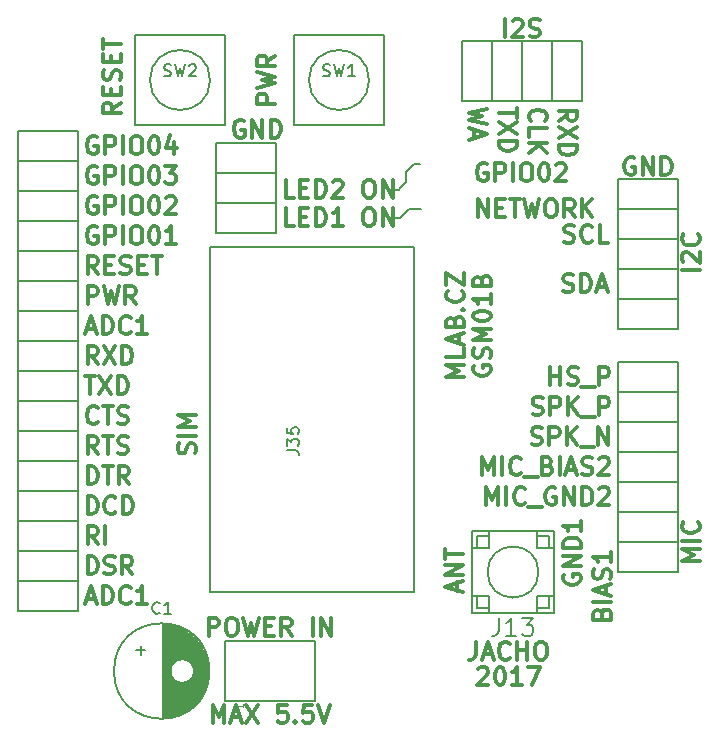
<source format=gbr>
G04 #@! TF.FileFunction,Legend,Top*
%FSLAX46Y46*%
G04 Gerber Fmt 4.6, Leading zero omitted, Abs format (unit mm)*
G04 Created by KiCad (PCBNEW (2016-09-17 revision 679eef1)-makepkg) date 01/02/17 11:13:26*
%MOMM*%
%LPD*%
G01*
G04 APERTURE LIST*
%ADD10C,0.300000*%
%ADD11C,0.200000*%
%ADD12C,0.150000*%
%ADD13C,0.127000*%
%ADD14C,0.050000*%
%ADD15C,0.203200*%
G04 APERTURE END LIST*
D10*
X17498142Y23503142D02*
X17569571Y23717428D01*
X17569571Y24074571D01*
X17498142Y24217428D01*
X17426714Y24288857D01*
X17283857Y24360285D01*
X17141000Y24360285D01*
X16998142Y24288857D01*
X16926714Y24217428D01*
X16855285Y24074571D01*
X16783857Y23788857D01*
X16712428Y23646000D01*
X16641000Y23574571D01*
X16498142Y23503142D01*
X16355285Y23503142D01*
X16212428Y23574571D01*
X16141000Y23646000D01*
X16069571Y23788857D01*
X16069571Y24146000D01*
X16141000Y24360285D01*
X17569571Y25003142D02*
X16069571Y25003142D01*
X17569571Y25717428D02*
X16069571Y25717428D01*
X17141000Y26217428D01*
X16069571Y26717428D01*
X17569571Y26717428D01*
X21657857Y51677000D02*
X21515000Y51748428D01*
X21300714Y51748428D01*
X21086428Y51677000D01*
X20943571Y51534142D01*
X20872142Y51391285D01*
X20800714Y51105571D01*
X20800714Y50891285D01*
X20872142Y50605571D01*
X20943571Y50462714D01*
X21086428Y50319857D01*
X21300714Y50248428D01*
X21443571Y50248428D01*
X21657857Y50319857D01*
X21729285Y50391285D01*
X21729285Y50891285D01*
X21443571Y50891285D01*
X22372142Y50248428D02*
X22372142Y51748428D01*
X23229285Y50248428D01*
X23229285Y51748428D01*
X23943571Y50248428D02*
X23943571Y51748428D01*
X24300714Y51748428D01*
X24515000Y51677000D01*
X24657857Y51534142D01*
X24729285Y51391285D01*
X24800714Y51105571D01*
X24800714Y50891285D01*
X24729285Y50605571D01*
X24657857Y50462714D01*
X24515000Y50319857D01*
X24300714Y50248428D01*
X23943571Y50248428D01*
X41497571Y5250571D02*
X41569000Y5322000D01*
X41711857Y5393428D01*
X42069000Y5393428D01*
X42211857Y5322000D01*
X42283285Y5250571D01*
X42354714Y5107714D01*
X42354714Y4964857D01*
X42283285Y4750571D01*
X41426142Y3893428D01*
X42354714Y3893428D01*
X43283285Y5393428D02*
X43426142Y5393428D01*
X43569000Y5322000D01*
X43640428Y5250571D01*
X43711857Y5107714D01*
X43783285Y4822000D01*
X43783285Y4464857D01*
X43711857Y4179142D01*
X43640428Y4036285D01*
X43569000Y3964857D01*
X43426142Y3893428D01*
X43283285Y3893428D01*
X43140428Y3964857D01*
X43069000Y4036285D01*
X42997571Y4179142D01*
X42926142Y4464857D01*
X42926142Y4822000D01*
X42997571Y5107714D01*
X43069000Y5250571D01*
X43140428Y5322000D01*
X43283285Y5393428D01*
X45211857Y3893428D02*
X44354714Y3893428D01*
X44783285Y3893428D02*
X44783285Y5393428D01*
X44640428Y5179142D01*
X44497571Y5036285D01*
X44354714Y4964857D01*
X45711857Y5393428D02*
X46711857Y5393428D01*
X46069000Y3893428D01*
X41319000Y7552428D02*
X41319000Y6481000D01*
X41247571Y6266714D01*
X41104714Y6123857D01*
X40890428Y6052428D01*
X40747571Y6052428D01*
X41961857Y6481000D02*
X42676142Y6481000D01*
X41819000Y6052428D02*
X42319000Y7552428D01*
X42819000Y6052428D01*
X44176142Y6195285D02*
X44104714Y6123857D01*
X43890428Y6052428D01*
X43747571Y6052428D01*
X43533285Y6123857D01*
X43390428Y6266714D01*
X43319000Y6409571D01*
X43247571Y6695285D01*
X43247571Y6909571D01*
X43319000Y7195285D01*
X43390428Y7338142D01*
X43533285Y7481000D01*
X43747571Y7552428D01*
X43890428Y7552428D01*
X44104714Y7481000D01*
X44176142Y7409571D01*
X44819000Y6052428D02*
X44819000Y7552428D01*
X44819000Y6838142D02*
X45676142Y6838142D01*
X45676142Y6052428D02*
X45676142Y7552428D01*
X46676142Y7552428D02*
X46961857Y7552428D01*
X47104714Y7481000D01*
X47247571Y7338142D01*
X47319000Y7052428D01*
X47319000Y6552428D01*
X47247571Y6266714D01*
X47104714Y6123857D01*
X46961857Y6052428D01*
X46676142Y6052428D01*
X46533285Y6123857D01*
X46390428Y6266714D01*
X46319000Y6552428D01*
X46319000Y7052428D01*
X46390428Y7338142D01*
X46533285Y7481000D01*
X46676142Y7552428D01*
X41160000Y30932857D02*
X41088571Y30790000D01*
X41088571Y30575714D01*
X41160000Y30361428D01*
X41302857Y30218571D01*
X41445714Y30147142D01*
X41731428Y30075714D01*
X41945714Y30075714D01*
X42231428Y30147142D01*
X42374285Y30218571D01*
X42517142Y30361428D01*
X42588571Y30575714D01*
X42588571Y30718571D01*
X42517142Y30932857D01*
X42445714Y31004285D01*
X41945714Y31004285D01*
X41945714Y30718571D01*
X42517142Y31575714D02*
X42588571Y31790000D01*
X42588571Y32147142D01*
X42517142Y32290000D01*
X42445714Y32361428D01*
X42302857Y32432857D01*
X42160000Y32432857D01*
X42017142Y32361428D01*
X41945714Y32290000D01*
X41874285Y32147142D01*
X41802857Y31861428D01*
X41731428Y31718571D01*
X41660000Y31647142D01*
X41517142Y31575714D01*
X41374285Y31575714D01*
X41231428Y31647142D01*
X41160000Y31718571D01*
X41088571Y31861428D01*
X41088571Y32218571D01*
X41160000Y32432857D01*
X42588571Y33075714D02*
X41088571Y33075714D01*
X42160000Y33575714D01*
X41088571Y34075714D01*
X42588571Y34075714D01*
X41088571Y35075714D02*
X41088571Y35218571D01*
X41160000Y35361428D01*
X41231428Y35432857D01*
X41374285Y35504285D01*
X41660000Y35575714D01*
X42017142Y35575714D01*
X42302857Y35504285D01*
X42445714Y35432857D01*
X42517142Y35361428D01*
X42588571Y35218571D01*
X42588571Y35075714D01*
X42517142Y34932857D01*
X42445714Y34861428D01*
X42302857Y34790000D01*
X42017142Y34718571D01*
X41660000Y34718571D01*
X41374285Y34790000D01*
X41231428Y34861428D01*
X41160000Y34932857D01*
X41088571Y35075714D01*
X42588571Y37004285D02*
X42588571Y36147142D01*
X42588571Y36575714D02*
X41088571Y36575714D01*
X41302857Y36432857D01*
X41445714Y36290000D01*
X41517142Y36147142D01*
X41802857Y38147142D02*
X41874285Y38361428D01*
X41945714Y38432857D01*
X42088571Y38504285D01*
X42302857Y38504285D01*
X42445714Y38432857D01*
X42517142Y38361428D01*
X42588571Y38218571D01*
X42588571Y37647142D01*
X41088571Y37647142D01*
X41088571Y38147142D01*
X41160000Y38290000D01*
X41231428Y38361428D01*
X41374285Y38432857D01*
X41517142Y38432857D01*
X41660000Y38361428D01*
X41731428Y38290000D01*
X41802857Y38147142D01*
X41802857Y37647142D01*
X40302571Y29968571D02*
X38802571Y29968571D01*
X39874000Y30468571D01*
X38802571Y30968571D01*
X40302571Y30968571D01*
X40302571Y32397142D02*
X40302571Y31682857D01*
X38802571Y31682857D01*
X39874000Y32825714D02*
X39874000Y33540000D01*
X40302571Y32682857D02*
X38802571Y33182857D01*
X40302571Y33682857D01*
X39516857Y34682857D02*
X39588285Y34897142D01*
X39659714Y34968571D01*
X39802571Y35040000D01*
X40016857Y35040000D01*
X40159714Y34968571D01*
X40231142Y34897142D01*
X40302571Y34754285D01*
X40302571Y34182857D01*
X38802571Y34182857D01*
X38802571Y34682857D01*
X38874000Y34825714D01*
X38945428Y34897142D01*
X39088285Y34968571D01*
X39231142Y34968571D01*
X39374000Y34897142D01*
X39445428Y34825714D01*
X39516857Y34682857D01*
X39516857Y34182857D01*
X40159714Y35682857D02*
X40231142Y35754285D01*
X40302571Y35682857D01*
X40231142Y35611428D01*
X40159714Y35682857D01*
X40302571Y35682857D01*
X40159714Y37254285D02*
X40231142Y37182857D01*
X40302571Y36968571D01*
X40302571Y36825714D01*
X40231142Y36611428D01*
X40088285Y36468571D01*
X39945428Y36397142D01*
X39659714Y36325714D01*
X39445428Y36325714D01*
X39159714Y36397142D01*
X39016857Y36468571D01*
X38874000Y36611428D01*
X38802571Y36825714D01*
X38802571Y36968571D01*
X38874000Y37182857D01*
X38945428Y37254285D01*
X38802571Y37754285D02*
X38802571Y38754285D01*
X40302571Y37754285D01*
X40302571Y38754285D01*
X54737142Y48502000D02*
X54594285Y48573428D01*
X54380000Y48573428D01*
X54165714Y48502000D01*
X54022857Y48359142D01*
X53951428Y48216285D01*
X53880000Y47930571D01*
X53880000Y47716285D01*
X53951428Y47430571D01*
X54022857Y47287714D01*
X54165714Y47144857D01*
X54380000Y47073428D01*
X54522857Y47073428D01*
X54737142Y47144857D01*
X54808571Y47216285D01*
X54808571Y47716285D01*
X54522857Y47716285D01*
X55451428Y47073428D02*
X55451428Y48573428D01*
X56308571Y47073428D01*
X56308571Y48573428D01*
X57022857Y47073428D02*
X57022857Y48573428D01*
X57380000Y48573428D01*
X57594285Y48502000D01*
X57737142Y48359142D01*
X57808571Y48216285D01*
X57880000Y47930571D01*
X57880000Y47716285D01*
X57808571Y47430571D01*
X57737142Y47287714D01*
X57594285Y47144857D01*
X57380000Y47073428D01*
X57022857Y47073428D01*
X39747000Y11874714D02*
X39747000Y12589000D01*
X40175571Y11731857D02*
X38675571Y12231857D01*
X40175571Y12731857D01*
X40175571Y13231857D02*
X38675571Y13231857D01*
X40175571Y14089000D01*
X38675571Y14089000D01*
X38675571Y14589000D02*
X38675571Y15446142D01*
X40175571Y15017571D02*
X38675571Y15017571D01*
X19018857Y718428D02*
X19018857Y2218428D01*
X19518857Y1147000D01*
X20018857Y2218428D01*
X20018857Y718428D01*
X20661714Y1147000D02*
X21375999Y1147000D01*
X20518857Y718428D02*
X21018857Y2218428D01*
X21518857Y718428D01*
X21875999Y2218428D02*
X22876000Y718428D01*
X22876000Y2218428D02*
X21875999Y718428D01*
X25304571Y2218428D02*
X24590285Y2218428D01*
X24518857Y1504142D01*
X24590285Y1575571D01*
X24733142Y1647000D01*
X25090285Y1647000D01*
X25233142Y1575571D01*
X25304571Y1504142D01*
X25375999Y1361285D01*
X25375999Y1004142D01*
X25304571Y861285D01*
X25233142Y789857D01*
X25090285Y718428D01*
X24733142Y718428D01*
X24590285Y789857D01*
X24518857Y861285D01*
X26018857Y861285D02*
X26090285Y789857D01*
X26018857Y718428D01*
X25947428Y789857D01*
X26018857Y861285D01*
X26018857Y718428D01*
X27447428Y2218428D02*
X26733142Y2218428D01*
X26661714Y1504142D01*
X26733142Y1575571D01*
X26875999Y1647000D01*
X27233142Y1647000D01*
X27375999Y1575571D01*
X27447428Y1504142D01*
X27518857Y1361285D01*
X27518857Y1004142D01*
X27447428Y861285D01*
X27375999Y789857D01*
X27233142Y718428D01*
X26875999Y718428D01*
X26733142Y789857D01*
X26661714Y861285D01*
X27947428Y2218428D02*
X28447428Y718428D01*
X28947428Y2218428D01*
X18697428Y8084428D02*
X18697428Y9584428D01*
X19268857Y9584428D01*
X19411714Y9513000D01*
X19483142Y9441571D01*
X19554571Y9298714D01*
X19554571Y9084428D01*
X19483142Y8941571D01*
X19411714Y8870142D01*
X19268857Y8798714D01*
X18697428Y8798714D01*
X20483142Y9584428D02*
X20768857Y9584428D01*
X20911714Y9513000D01*
X21054571Y9370142D01*
X21126000Y9084428D01*
X21126000Y8584428D01*
X21054571Y8298714D01*
X20911714Y8155857D01*
X20768857Y8084428D01*
X20483142Y8084428D01*
X20340285Y8155857D01*
X20197428Y8298714D01*
X20126000Y8584428D01*
X20126000Y9084428D01*
X20197428Y9370142D01*
X20340285Y9513000D01*
X20483142Y9584428D01*
X21626000Y9584428D02*
X21983142Y8084428D01*
X22268857Y9155857D01*
X22554571Y8084428D01*
X22911714Y9584428D01*
X23483142Y8870142D02*
X23983142Y8870142D01*
X24197428Y8084428D02*
X23483142Y8084428D01*
X23483142Y9584428D01*
X24197428Y9584428D01*
X25697428Y8084428D02*
X25197428Y8798714D01*
X24840285Y8084428D02*
X24840285Y9584428D01*
X25411714Y9584428D01*
X25554571Y9513000D01*
X25626000Y9441571D01*
X25697428Y9298714D01*
X25697428Y9084428D01*
X25626000Y8941571D01*
X25554571Y8870142D01*
X25411714Y8798714D01*
X24840285Y8798714D01*
X27483142Y8084428D02*
X27483142Y9584428D01*
X28197428Y8084428D02*
X28197428Y9584428D01*
X29054571Y8084428D01*
X29054571Y9584428D01*
X51962857Y9926000D02*
X52034285Y10140285D01*
X52105714Y10211714D01*
X52248571Y10283142D01*
X52462857Y10283142D01*
X52605714Y10211714D01*
X52677142Y10140285D01*
X52748571Y9997428D01*
X52748571Y9426000D01*
X51248571Y9426000D01*
X51248571Y9926000D01*
X51320000Y10068857D01*
X51391428Y10140285D01*
X51534285Y10211714D01*
X51677142Y10211714D01*
X51820000Y10140285D01*
X51891428Y10068857D01*
X51962857Y9926000D01*
X51962857Y9426000D01*
X52748571Y10926000D02*
X51248571Y10926000D01*
X52320000Y11568857D02*
X52320000Y12283142D01*
X52748571Y11426000D02*
X51248571Y11926000D01*
X52748571Y12426000D01*
X52677142Y12854571D02*
X52748571Y13068857D01*
X52748571Y13426000D01*
X52677142Y13568857D01*
X52605714Y13640285D01*
X52462857Y13711714D01*
X52320000Y13711714D01*
X52177142Y13640285D01*
X52105714Y13568857D01*
X52034285Y13426000D01*
X51962857Y13140285D01*
X51891428Y12997428D01*
X51820000Y12926000D01*
X51677142Y12854571D01*
X51534285Y12854571D01*
X51391428Y12926000D01*
X51320000Y12997428D01*
X51248571Y13140285D01*
X51248571Y13497428D01*
X51320000Y13711714D01*
X52748571Y15140285D02*
X52748571Y14283142D01*
X52748571Y14711714D02*
X51248571Y14711714D01*
X51462857Y14568857D01*
X51605714Y14426000D01*
X51677142Y14283142D01*
X60241571Y14394857D02*
X58741571Y14394857D01*
X59813000Y14894857D01*
X58741571Y15394857D01*
X60241571Y15394857D01*
X60241571Y16109142D02*
X58741571Y16109142D01*
X60098714Y17680571D02*
X60170142Y17609142D01*
X60241571Y17394857D01*
X60241571Y17252000D01*
X60170142Y17037714D01*
X60027285Y16894857D01*
X59884428Y16823428D01*
X59598714Y16752000D01*
X59384428Y16752000D01*
X59098714Y16823428D01*
X58955857Y16894857D01*
X58813000Y17037714D01*
X58741571Y17252000D01*
X58741571Y17394857D01*
X58813000Y17609142D01*
X58884428Y17680571D01*
X48780000Y13235857D02*
X48708571Y13093000D01*
X48708571Y12878714D01*
X48780000Y12664428D01*
X48922857Y12521571D01*
X49065714Y12450142D01*
X49351428Y12378714D01*
X49565714Y12378714D01*
X49851428Y12450142D01*
X49994285Y12521571D01*
X50137142Y12664428D01*
X50208571Y12878714D01*
X50208571Y13021571D01*
X50137142Y13235857D01*
X50065714Y13307285D01*
X49565714Y13307285D01*
X49565714Y13021571D01*
X50208571Y13950142D02*
X48708571Y13950142D01*
X50208571Y14807285D01*
X48708571Y14807285D01*
X50208571Y15521571D02*
X48708571Y15521571D01*
X48708571Y15878714D01*
X48780000Y16093000D01*
X48922857Y16235857D01*
X49065714Y16307285D01*
X49351428Y16378714D01*
X49565714Y16378714D01*
X49851428Y16307285D01*
X49994285Y16235857D01*
X50137142Y16093000D01*
X50208571Y15878714D01*
X50208571Y15521571D01*
X50208571Y17807285D02*
X50208571Y16950142D01*
X50208571Y17378714D02*
X48708571Y17378714D01*
X48922857Y17235857D01*
X49065714Y17093000D01*
X49137142Y16950142D01*
X42176714Y19133428D02*
X42176714Y20633428D01*
X42676714Y19562000D01*
X43176714Y20633428D01*
X43176714Y19133428D01*
X43891000Y19133428D02*
X43891000Y20633428D01*
X45462428Y19276285D02*
X45391000Y19204857D01*
X45176714Y19133428D01*
X45033857Y19133428D01*
X44819571Y19204857D01*
X44676714Y19347714D01*
X44605285Y19490571D01*
X44533857Y19776285D01*
X44533857Y19990571D01*
X44605285Y20276285D01*
X44676714Y20419142D01*
X44819571Y20562000D01*
X45033857Y20633428D01*
X45176714Y20633428D01*
X45391000Y20562000D01*
X45462428Y20490571D01*
X45748142Y18990571D02*
X46891000Y18990571D01*
X48033857Y20562000D02*
X47891000Y20633428D01*
X47676714Y20633428D01*
X47462428Y20562000D01*
X47319571Y20419142D01*
X47248142Y20276285D01*
X47176714Y19990571D01*
X47176714Y19776285D01*
X47248142Y19490571D01*
X47319571Y19347714D01*
X47462428Y19204857D01*
X47676714Y19133428D01*
X47819571Y19133428D01*
X48033857Y19204857D01*
X48105285Y19276285D01*
X48105285Y19776285D01*
X47819571Y19776285D01*
X48748142Y19133428D02*
X48748142Y20633428D01*
X49605285Y19133428D01*
X49605285Y20633428D01*
X50319571Y19133428D02*
X50319571Y20633428D01*
X50676714Y20633428D01*
X50891000Y20562000D01*
X51033857Y20419142D01*
X51105285Y20276285D01*
X51176714Y19990571D01*
X51176714Y19776285D01*
X51105285Y19490571D01*
X51033857Y19347714D01*
X50891000Y19204857D01*
X50676714Y19133428D01*
X50319571Y19133428D01*
X51748142Y20490571D02*
X51819571Y20562000D01*
X51962428Y20633428D01*
X52319571Y20633428D01*
X52462428Y20562000D01*
X52533857Y20490571D01*
X52605285Y20347714D01*
X52605285Y20204857D01*
X52533857Y19990571D01*
X51676714Y19133428D01*
X52605285Y19133428D01*
X41819571Y21673428D02*
X41819571Y23173428D01*
X42319571Y22102000D01*
X42819571Y23173428D01*
X42819571Y21673428D01*
X43533857Y21673428D02*
X43533857Y23173428D01*
X45105285Y21816285D02*
X45033857Y21744857D01*
X44819571Y21673428D01*
X44676714Y21673428D01*
X44462428Y21744857D01*
X44319571Y21887714D01*
X44248142Y22030571D01*
X44176714Y22316285D01*
X44176714Y22530571D01*
X44248142Y22816285D01*
X44319571Y22959142D01*
X44462428Y23102000D01*
X44676714Y23173428D01*
X44819571Y23173428D01*
X45033857Y23102000D01*
X45105285Y23030571D01*
X45391000Y21530571D02*
X46533857Y21530571D01*
X47391000Y22459142D02*
X47605285Y22387714D01*
X47676714Y22316285D01*
X47748142Y22173428D01*
X47748142Y21959142D01*
X47676714Y21816285D01*
X47605285Y21744857D01*
X47462428Y21673428D01*
X46891000Y21673428D01*
X46891000Y23173428D01*
X47391000Y23173428D01*
X47533857Y23102000D01*
X47605285Y23030571D01*
X47676714Y22887714D01*
X47676714Y22744857D01*
X47605285Y22602000D01*
X47533857Y22530571D01*
X47391000Y22459142D01*
X46891000Y22459142D01*
X48391000Y21673428D02*
X48391000Y23173428D01*
X49033857Y22102000D02*
X49748142Y22102000D01*
X48891000Y21673428D02*
X49391000Y23173428D01*
X49891000Y21673428D01*
X50319571Y21744857D02*
X50533857Y21673428D01*
X50891000Y21673428D01*
X51033857Y21744857D01*
X51105285Y21816285D01*
X51176714Y21959142D01*
X51176714Y22102000D01*
X51105285Y22244857D01*
X51033857Y22316285D01*
X50891000Y22387714D01*
X50605285Y22459142D01*
X50462428Y22530571D01*
X50391000Y22602000D01*
X50319571Y22744857D01*
X50319571Y22887714D01*
X50391000Y23030571D01*
X50462428Y23102000D01*
X50605285Y23173428D01*
X50962428Y23173428D01*
X51176714Y23102000D01*
X51748142Y23030571D02*
X51819571Y23102000D01*
X51962428Y23173428D01*
X52319571Y23173428D01*
X52462428Y23102000D01*
X52533857Y23030571D01*
X52605285Y22887714D01*
X52605285Y22744857D01*
X52533857Y22530571D01*
X51676714Y21673428D01*
X52605285Y21673428D01*
X46033857Y24284857D02*
X46248142Y24213428D01*
X46605285Y24213428D01*
X46748142Y24284857D01*
X46819571Y24356285D01*
X46891000Y24499142D01*
X46891000Y24642000D01*
X46819571Y24784857D01*
X46748142Y24856285D01*
X46605285Y24927714D01*
X46319571Y24999142D01*
X46176714Y25070571D01*
X46105285Y25142000D01*
X46033857Y25284857D01*
X46033857Y25427714D01*
X46105285Y25570571D01*
X46176714Y25642000D01*
X46319571Y25713428D01*
X46676714Y25713428D01*
X46891000Y25642000D01*
X47533857Y24213428D02*
X47533857Y25713428D01*
X48105285Y25713428D01*
X48248142Y25642000D01*
X48319571Y25570571D01*
X48391000Y25427714D01*
X48391000Y25213428D01*
X48319571Y25070571D01*
X48248142Y24999142D01*
X48105285Y24927714D01*
X47533857Y24927714D01*
X49033857Y24213428D02*
X49033857Y25713428D01*
X49891000Y24213428D02*
X49248142Y25070571D01*
X49891000Y25713428D02*
X49033857Y24856285D01*
X50176714Y24070571D02*
X51319571Y24070571D01*
X51676714Y24213428D02*
X51676714Y25713428D01*
X52533857Y24213428D01*
X52533857Y25713428D01*
X46105285Y26824857D02*
X46319571Y26753428D01*
X46676714Y26753428D01*
X46819571Y26824857D01*
X46891000Y26896285D01*
X46962428Y27039142D01*
X46962428Y27182000D01*
X46891000Y27324857D01*
X46819571Y27396285D01*
X46676714Y27467714D01*
X46391000Y27539142D01*
X46248142Y27610571D01*
X46176714Y27682000D01*
X46105285Y27824857D01*
X46105285Y27967714D01*
X46176714Y28110571D01*
X46248142Y28182000D01*
X46391000Y28253428D01*
X46748142Y28253428D01*
X46962428Y28182000D01*
X47605285Y26753428D02*
X47605285Y28253428D01*
X48176714Y28253428D01*
X48319571Y28182000D01*
X48391000Y28110571D01*
X48462428Y27967714D01*
X48462428Y27753428D01*
X48391000Y27610571D01*
X48319571Y27539142D01*
X48176714Y27467714D01*
X47605285Y27467714D01*
X49105285Y26753428D02*
X49105285Y28253428D01*
X49962428Y26753428D02*
X49319571Y27610571D01*
X49962428Y28253428D02*
X49105285Y27396285D01*
X50248142Y26610571D02*
X51391000Y26610571D01*
X51748142Y26753428D02*
X51748142Y28253428D01*
X52319571Y28253428D01*
X52462428Y28182000D01*
X52533857Y28110571D01*
X52605285Y27967714D01*
X52605285Y27753428D01*
X52533857Y27610571D01*
X52462428Y27539142D01*
X52319571Y27467714D01*
X51748142Y27467714D01*
X47605285Y29293428D02*
X47605285Y30793428D01*
X47605285Y30079142D02*
X48462428Y30079142D01*
X48462428Y29293428D02*
X48462428Y30793428D01*
X49105285Y29364857D02*
X49319571Y29293428D01*
X49676714Y29293428D01*
X49819571Y29364857D01*
X49891000Y29436285D01*
X49962428Y29579142D01*
X49962428Y29722000D01*
X49891000Y29864857D01*
X49819571Y29936285D01*
X49676714Y30007714D01*
X49391000Y30079142D01*
X49248142Y30150571D01*
X49176714Y30222000D01*
X49105285Y30364857D01*
X49105285Y30507714D01*
X49176714Y30650571D01*
X49248142Y30722000D01*
X49391000Y30793428D01*
X49748142Y30793428D01*
X49962428Y30722000D01*
X50248142Y29150571D02*
X51391000Y29150571D01*
X51748142Y29293428D02*
X51748142Y30793428D01*
X52319571Y30793428D01*
X52462428Y30722000D01*
X52533857Y30650571D01*
X52605285Y30507714D01*
X52605285Y30293428D01*
X52533857Y30150571D01*
X52462428Y30079142D01*
X52319571Y30007714D01*
X51748142Y30007714D01*
X48708428Y37238857D02*
X48922714Y37167428D01*
X49279857Y37167428D01*
X49422714Y37238857D01*
X49494142Y37310285D01*
X49565571Y37453142D01*
X49565571Y37596000D01*
X49494142Y37738857D01*
X49422714Y37810285D01*
X49279857Y37881714D01*
X48994142Y37953142D01*
X48851285Y38024571D01*
X48779857Y38096000D01*
X48708428Y38238857D01*
X48708428Y38381714D01*
X48779857Y38524571D01*
X48851285Y38596000D01*
X48994142Y38667428D01*
X49351285Y38667428D01*
X49565571Y38596000D01*
X50208428Y37167428D02*
X50208428Y38667428D01*
X50565571Y38667428D01*
X50779857Y38596000D01*
X50922714Y38453142D01*
X50994142Y38310285D01*
X51065571Y38024571D01*
X51065571Y37810285D01*
X50994142Y37524571D01*
X50922714Y37381714D01*
X50779857Y37238857D01*
X50565571Y37167428D01*
X50208428Y37167428D01*
X51637000Y37596000D02*
X52351285Y37596000D01*
X51494142Y37167428D02*
X51994142Y38667428D01*
X52494142Y37167428D01*
X48779857Y41429857D02*
X48994142Y41358428D01*
X49351285Y41358428D01*
X49494142Y41429857D01*
X49565571Y41501285D01*
X49637000Y41644142D01*
X49637000Y41787000D01*
X49565571Y41929857D01*
X49494142Y42001285D01*
X49351285Y42072714D01*
X49065571Y42144142D01*
X48922714Y42215571D01*
X48851285Y42287000D01*
X48779857Y42429857D01*
X48779857Y42572714D01*
X48851285Y42715571D01*
X48922714Y42787000D01*
X49065571Y42858428D01*
X49422714Y42858428D01*
X49637000Y42787000D01*
X51137000Y41501285D02*
X51065571Y41429857D01*
X50851285Y41358428D01*
X50708428Y41358428D01*
X50494142Y41429857D01*
X50351285Y41572714D01*
X50279857Y41715571D01*
X50208428Y42001285D01*
X50208428Y42215571D01*
X50279857Y42501285D01*
X50351285Y42644142D01*
X50494142Y42787000D01*
X50708428Y42858428D01*
X50851285Y42858428D01*
X51065571Y42787000D01*
X51137000Y42715571D01*
X52494142Y41358428D02*
X51779857Y41358428D01*
X51779857Y42858428D01*
X60241571Y39048714D02*
X58741571Y39048714D01*
X58884428Y39691571D02*
X58813000Y39763000D01*
X58741571Y39905857D01*
X58741571Y40263000D01*
X58813000Y40405857D01*
X58884428Y40477285D01*
X59027285Y40548714D01*
X59170142Y40548714D01*
X59384428Y40477285D01*
X60241571Y39620142D01*
X60241571Y40548714D01*
X60098714Y42048714D02*
X60170142Y41977285D01*
X60241571Y41763000D01*
X60241571Y41620142D01*
X60170142Y41405857D01*
X60027285Y41263000D01*
X59884428Y41191571D01*
X59598714Y41120142D01*
X59384428Y41120142D01*
X59098714Y41191571D01*
X58955857Y41263000D01*
X58813000Y41405857D01*
X58741571Y41620142D01*
X58741571Y41763000D01*
X58813000Y41977285D01*
X58884428Y42048714D01*
X24300571Y53118000D02*
X22800571Y53118000D01*
X22800571Y53689428D01*
X22872000Y53832285D01*
X22943428Y53903714D01*
X23086285Y53975142D01*
X23300571Y53975142D01*
X23443428Y53903714D01*
X23514857Y53832285D01*
X23586285Y53689428D01*
X23586285Y53118000D01*
X22800571Y54475142D02*
X24300571Y54832285D01*
X23229142Y55118000D01*
X24300571Y55403714D01*
X22800571Y55760857D01*
X24300571Y57189428D02*
X23586285Y56689428D01*
X24300571Y56332285D02*
X22800571Y56332285D01*
X22800571Y56903714D01*
X22872000Y57046571D01*
X22943428Y57118000D01*
X23086285Y57189428D01*
X23300571Y57189428D01*
X23443428Y57118000D01*
X23514857Y57046571D01*
X23586285Y56903714D01*
X23586285Y56332285D01*
X11219571Y53193428D02*
X10505285Y52693428D01*
X11219571Y52336285D02*
X9719571Y52336285D01*
X9719571Y52907714D01*
X9791000Y53050571D01*
X9862428Y53122000D01*
X10005285Y53193428D01*
X10219571Y53193428D01*
X10362428Y53122000D01*
X10433857Y53050571D01*
X10505285Y52907714D01*
X10505285Y52336285D01*
X10433857Y53836285D02*
X10433857Y54336285D01*
X11219571Y54550571D02*
X11219571Y53836285D01*
X9719571Y53836285D01*
X9719571Y54550571D01*
X11148142Y55122000D02*
X11219571Y55336285D01*
X11219571Y55693428D01*
X11148142Y55836285D01*
X11076714Y55907714D01*
X10933857Y55979142D01*
X10791000Y55979142D01*
X10648142Y55907714D01*
X10576714Y55836285D01*
X10505285Y55693428D01*
X10433857Y55407714D01*
X10362428Y55264857D01*
X10291000Y55193428D01*
X10148142Y55122000D01*
X10005285Y55122000D01*
X9862428Y55193428D01*
X9791000Y55264857D01*
X9719571Y55407714D01*
X9719571Y55764857D01*
X9791000Y55979142D01*
X10433857Y56622000D02*
X10433857Y57122000D01*
X11219571Y57336285D02*
X11219571Y56622000D01*
X9719571Y56622000D01*
X9719571Y57336285D01*
X9719571Y57764857D02*
X9719571Y58622000D01*
X11219571Y58193428D02*
X9719571Y58193428D01*
D11*
X35687000Y44196000D02*
X36703000Y44196000D01*
X34925000Y43434000D02*
X35687000Y44196000D01*
X34417000Y43434000D02*
X34925000Y43434000D01*
X34798000Y45847000D02*
X34417000Y45847000D01*
X34925000Y45974000D02*
X34798000Y45847000D01*
X35433000Y46482000D02*
X34925000Y45974000D01*
X35433000Y47371000D02*
X35433000Y46482000D01*
X36068000Y48006000D02*
X35433000Y47371000D01*
X36576000Y48006000D02*
X36068000Y48006000D01*
D10*
X43783428Y58757428D02*
X43783428Y60257428D01*
X44426285Y60114571D02*
X44497714Y60186000D01*
X44640571Y60257428D01*
X44997714Y60257428D01*
X45140571Y60186000D01*
X45212000Y60114571D01*
X45283428Y59971714D01*
X45283428Y59828857D01*
X45212000Y59614571D01*
X44354857Y58757428D01*
X45283428Y58757428D01*
X45854857Y58828857D02*
X46069142Y58757428D01*
X46426285Y58757428D01*
X46569142Y58828857D01*
X46640571Y58900285D01*
X46712000Y59043142D01*
X46712000Y59186000D01*
X46640571Y59328857D01*
X46569142Y59400285D01*
X46426285Y59471714D01*
X46140571Y59543142D01*
X45997714Y59614571D01*
X45926285Y59686000D01*
X45854857Y59828857D01*
X45854857Y59971714D01*
X45926285Y60114571D01*
X45997714Y60186000D01*
X46140571Y60257428D01*
X46497714Y60257428D01*
X46712000Y60186000D01*
X48343428Y51676714D02*
X49057714Y52176714D01*
X48343428Y52533857D02*
X49843428Y52533857D01*
X49843428Y51962428D01*
X49772000Y51819571D01*
X49700571Y51748142D01*
X49557714Y51676714D01*
X49343428Y51676714D01*
X49200571Y51748142D01*
X49129142Y51819571D01*
X49057714Y51962428D01*
X49057714Y52533857D01*
X49843428Y51176714D02*
X48343428Y50176714D01*
X49843428Y50176714D02*
X48343428Y51176714D01*
X48343428Y49605285D02*
X49843428Y49605285D01*
X49843428Y49248142D01*
X49772000Y49033857D01*
X49629142Y48891000D01*
X49486285Y48819571D01*
X49200571Y48748142D01*
X48986285Y48748142D01*
X48700571Y48819571D01*
X48557714Y48891000D01*
X48414857Y49033857D01*
X48343428Y49248142D01*
X48343428Y49605285D01*
X45946285Y51676714D02*
X45874857Y51748142D01*
X45803428Y51962428D01*
X45803428Y52105285D01*
X45874857Y52319571D01*
X46017714Y52462428D01*
X46160571Y52533857D01*
X46446285Y52605285D01*
X46660571Y52605285D01*
X46946285Y52533857D01*
X47089142Y52462428D01*
X47232000Y52319571D01*
X47303428Y52105285D01*
X47303428Y51962428D01*
X47232000Y51748142D01*
X47160571Y51676714D01*
X45803428Y50319571D02*
X45803428Y51033857D01*
X47303428Y51033857D01*
X45803428Y49819571D02*
X47303428Y49819571D01*
X45803428Y48962428D02*
X46660571Y49605285D01*
X47303428Y48962428D02*
X46446285Y49819571D01*
X44763428Y52748142D02*
X44763428Y51891000D01*
X43263428Y52319571D02*
X44763428Y52319571D01*
X44763428Y51533857D02*
X43263428Y50533857D01*
X44763428Y50533857D02*
X43263428Y51533857D01*
X43263428Y49962428D02*
X44763428Y49962428D01*
X44763428Y49605285D01*
X44692000Y49391000D01*
X44549142Y49248142D01*
X44406285Y49176714D01*
X44120571Y49105285D01*
X43906285Y49105285D01*
X43620571Y49176714D01*
X43477714Y49248142D01*
X43334857Y49391000D01*
X43263428Y49605285D01*
X43263428Y49962428D01*
X42223428Y52676714D02*
X40723428Y52319571D01*
X41794857Y52033857D01*
X40723428Y51748142D01*
X42223428Y51391000D01*
X41152000Y50891000D02*
X41152000Y50176714D01*
X40723428Y51033857D02*
X42223428Y50533857D01*
X40723428Y50033857D01*
X25904428Y42755428D02*
X25190142Y42755428D01*
X25190142Y44255428D01*
X26404428Y43541142D02*
X26904428Y43541142D01*
X27118714Y42755428D02*
X26404428Y42755428D01*
X26404428Y44255428D01*
X27118714Y44255428D01*
X27761571Y42755428D02*
X27761571Y44255428D01*
X28118714Y44255428D01*
X28333000Y44184000D01*
X28475857Y44041142D01*
X28547285Y43898285D01*
X28618714Y43612571D01*
X28618714Y43398285D01*
X28547285Y43112571D01*
X28475857Y42969714D01*
X28333000Y42826857D01*
X28118714Y42755428D01*
X27761571Y42755428D01*
X30047285Y42755428D02*
X29190142Y42755428D01*
X29618714Y42755428D02*
X29618714Y44255428D01*
X29475857Y44041142D01*
X29333000Y43898285D01*
X29190142Y43826857D01*
X32118714Y44255428D02*
X32404428Y44255428D01*
X32547285Y44184000D01*
X32690142Y44041142D01*
X32761571Y43755428D01*
X32761571Y43255428D01*
X32690142Y42969714D01*
X32547285Y42826857D01*
X32404428Y42755428D01*
X32118714Y42755428D01*
X31975857Y42826857D01*
X31833000Y42969714D01*
X31761571Y43255428D01*
X31761571Y43755428D01*
X31833000Y44041142D01*
X31975857Y44184000D01*
X32118714Y44255428D01*
X33404428Y42755428D02*
X33404428Y44255428D01*
X34261571Y42755428D01*
X34261571Y44255428D01*
X25904428Y45168428D02*
X25190142Y45168428D01*
X25190142Y46668428D01*
X26404428Y45954142D02*
X26904428Y45954142D01*
X27118714Y45168428D02*
X26404428Y45168428D01*
X26404428Y46668428D01*
X27118714Y46668428D01*
X27761571Y45168428D02*
X27761571Y46668428D01*
X28118714Y46668428D01*
X28333000Y46597000D01*
X28475857Y46454142D01*
X28547285Y46311285D01*
X28618714Y46025571D01*
X28618714Y45811285D01*
X28547285Y45525571D01*
X28475857Y45382714D01*
X28333000Y45239857D01*
X28118714Y45168428D01*
X27761571Y45168428D01*
X29190142Y46525571D02*
X29261571Y46597000D01*
X29404428Y46668428D01*
X29761571Y46668428D01*
X29904428Y46597000D01*
X29975857Y46525571D01*
X30047285Y46382714D01*
X30047285Y46239857D01*
X29975857Y46025571D01*
X29118714Y45168428D01*
X30047285Y45168428D01*
X32118714Y46668428D02*
X32404428Y46668428D01*
X32547285Y46597000D01*
X32690142Y46454142D01*
X32761571Y46168428D01*
X32761571Y45668428D01*
X32690142Y45382714D01*
X32547285Y45239857D01*
X32404428Y45168428D01*
X32118714Y45168428D01*
X31975857Y45239857D01*
X31833000Y45382714D01*
X31761571Y45668428D01*
X31761571Y46168428D01*
X31833000Y46454142D01*
X31975857Y46597000D01*
X32118714Y46668428D01*
X33404428Y45168428D02*
X33404428Y46668428D01*
X34261571Y45168428D01*
X34261571Y46668428D01*
X42231857Y47994000D02*
X42089000Y48065428D01*
X41874714Y48065428D01*
X41660428Y47994000D01*
X41517571Y47851142D01*
X41446142Y47708285D01*
X41374714Y47422571D01*
X41374714Y47208285D01*
X41446142Y46922571D01*
X41517571Y46779714D01*
X41660428Y46636857D01*
X41874714Y46565428D01*
X42017571Y46565428D01*
X42231857Y46636857D01*
X42303285Y46708285D01*
X42303285Y47208285D01*
X42017571Y47208285D01*
X42946142Y46565428D02*
X42946142Y48065428D01*
X43517571Y48065428D01*
X43660428Y47994000D01*
X43731857Y47922571D01*
X43803285Y47779714D01*
X43803285Y47565428D01*
X43731857Y47422571D01*
X43660428Y47351142D01*
X43517571Y47279714D01*
X42946142Y47279714D01*
X44446142Y46565428D02*
X44446142Y48065428D01*
X45446142Y48065428D02*
X45731857Y48065428D01*
X45874714Y47994000D01*
X46017571Y47851142D01*
X46089000Y47565428D01*
X46089000Y47065428D01*
X46017571Y46779714D01*
X45874714Y46636857D01*
X45731857Y46565428D01*
X45446142Y46565428D01*
X45303285Y46636857D01*
X45160428Y46779714D01*
X45089000Y47065428D01*
X45089000Y47565428D01*
X45160428Y47851142D01*
X45303285Y47994000D01*
X45446142Y48065428D01*
X47017571Y48065428D02*
X47160428Y48065428D01*
X47303285Y47994000D01*
X47374714Y47922571D01*
X47446142Y47779714D01*
X47517571Y47494000D01*
X47517571Y47136857D01*
X47446142Y46851142D01*
X47374714Y46708285D01*
X47303285Y46636857D01*
X47160428Y46565428D01*
X47017571Y46565428D01*
X46874714Y46636857D01*
X46803285Y46708285D01*
X46731857Y46851142D01*
X46660428Y47136857D01*
X46660428Y47494000D01*
X46731857Y47779714D01*
X46803285Y47922571D01*
X46874714Y47994000D01*
X47017571Y48065428D01*
X48089000Y47922571D02*
X48160428Y47994000D01*
X48303285Y48065428D01*
X48660428Y48065428D01*
X48803285Y47994000D01*
X48874714Y47922571D01*
X48946142Y47779714D01*
X48946142Y47636857D01*
X48874714Y47422571D01*
X48017571Y46565428D01*
X48946142Y46565428D01*
X9211857Y50280000D02*
X9069000Y50351428D01*
X8854714Y50351428D01*
X8640428Y50280000D01*
X8497571Y50137142D01*
X8426142Y49994285D01*
X8354714Y49708571D01*
X8354714Y49494285D01*
X8426142Y49208571D01*
X8497571Y49065714D01*
X8640428Y48922857D01*
X8854714Y48851428D01*
X8997571Y48851428D01*
X9211857Y48922857D01*
X9283285Y48994285D01*
X9283285Y49494285D01*
X8997571Y49494285D01*
X9926142Y48851428D02*
X9926142Y50351428D01*
X10497571Y50351428D01*
X10640428Y50280000D01*
X10711857Y50208571D01*
X10783285Y50065714D01*
X10783285Y49851428D01*
X10711857Y49708571D01*
X10640428Y49637142D01*
X10497571Y49565714D01*
X9926142Y49565714D01*
X11426142Y48851428D02*
X11426142Y50351428D01*
X12426142Y50351428D02*
X12711857Y50351428D01*
X12854714Y50280000D01*
X12997571Y50137142D01*
X13069000Y49851428D01*
X13069000Y49351428D01*
X12997571Y49065714D01*
X12854714Y48922857D01*
X12711857Y48851428D01*
X12426142Y48851428D01*
X12283285Y48922857D01*
X12140428Y49065714D01*
X12069000Y49351428D01*
X12069000Y49851428D01*
X12140428Y50137142D01*
X12283285Y50280000D01*
X12426142Y50351428D01*
X13997571Y50351428D02*
X14140428Y50351428D01*
X14283285Y50280000D01*
X14354714Y50208571D01*
X14426142Y50065714D01*
X14497571Y49780000D01*
X14497571Y49422857D01*
X14426142Y49137142D01*
X14354714Y48994285D01*
X14283285Y48922857D01*
X14140428Y48851428D01*
X13997571Y48851428D01*
X13854714Y48922857D01*
X13783285Y48994285D01*
X13711857Y49137142D01*
X13640428Y49422857D01*
X13640428Y49780000D01*
X13711857Y50065714D01*
X13783285Y50208571D01*
X13854714Y50280000D01*
X13997571Y50351428D01*
X15783285Y49851428D02*
X15783285Y48851428D01*
X15426142Y50422857D02*
X15069000Y49351428D01*
X15997571Y49351428D01*
X9211857Y47740000D02*
X9069000Y47811428D01*
X8854714Y47811428D01*
X8640428Y47740000D01*
X8497571Y47597142D01*
X8426142Y47454285D01*
X8354714Y47168571D01*
X8354714Y46954285D01*
X8426142Y46668571D01*
X8497571Y46525714D01*
X8640428Y46382857D01*
X8854714Y46311428D01*
X8997571Y46311428D01*
X9211857Y46382857D01*
X9283285Y46454285D01*
X9283285Y46954285D01*
X8997571Y46954285D01*
X9926142Y46311428D02*
X9926142Y47811428D01*
X10497571Y47811428D01*
X10640428Y47740000D01*
X10711857Y47668571D01*
X10783285Y47525714D01*
X10783285Y47311428D01*
X10711857Y47168571D01*
X10640428Y47097142D01*
X10497571Y47025714D01*
X9926142Y47025714D01*
X11426142Y46311428D02*
X11426142Y47811428D01*
X12426142Y47811428D02*
X12711857Y47811428D01*
X12854714Y47740000D01*
X12997571Y47597142D01*
X13069000Y47311428D01*
X13069000Y46811428D01*
X12997571Y46525714D01*
X12854714Y46382857D01*
X12711857Y46311428D01*
X12426142Y46311428D01*
X12283285Y46382857D01*
X12140428Y46525714D01*
X12069000Y46811428D01*
X12069000Y47311428D01*
X12140428Y47597142D01*
X12283285Y47740000D01*
X12426142Y47811428D01*
X13997571Y47811428D02*
X14140428Y47811428D01*
X14283285Y47740000D01*
X14354714Y47668571D01*
X14426142Y47525714D01*
X14497571Y47240000D01*
X14497571Y46882857D01*
X14426142Y46597142D01*
X14354714Y46454285D01*
X14283285Y46382857D01*
X14140428Y46311428D01*
X13997571Y46311428D01*
X13854714Y46382857D01*
X13783285Y46454285D01*
X13711857Y46597142D01*
X13640428Y46882857D01*
X13640428Y47240000D01*
X13711857Y47525714D01*
X13783285Y47668571D01*
X13854714Y47740000D01*
X13997571Y47811428D01*
X14997571Y47811428D02*
X15926142Y47811428D01*
X15426142Y47240000D01*
X15640428Y47240000D01*
X15783285Y47168571D01*
X15854714Y47097142D01*
X15926142Y46954285D01*
X15926142Y46597142D01*
X15854714Y46454285D01*
X15783285Y46382857D01*
X15640428Y46311428D01*
X15211857Y46311428D01*
X15069000Y46382857D01*
X14997571Y46454285D01*
X9211857Y45200000D02*
X9069000Y45271428D01*
X8854714Y45271428D01*
X8640428Y45200000D01*
X8497571Y45057142D01*
X8426142Y44914285D01*
X8354714Y44628571D01*
X8354714Y44414285D01*
X8426142Y44128571D01*
X8497571Y43985714D01*
X8640428Y43842857D01*
X8854714Y43771428D01*
X8997571Y43771428D01*
X9211857Y43842857D01*
X9283285Y43914285D01*
X9283285Y44414285D01*
X8997571Y44414285D01*
X9926142Y43771428D02*
X9926142Y45271428D01*
X10497571Y45271428D01*
X10640428Y45200000D01*
X10711857Y45128571D01*
X10783285Y44985714D01*
X10783285Y44771428D01*
X10711857Y44628571D01*
X10640428Y44557142D01*
X10497571Y44485714D01*
X9926142Y44485714D01*
X11426142Y43771428D02*
X11426142Y45271428D01*
X12426142Y45271428D02*
X12711857Y45271428D01*
X12854714Y45200000D01*
X12997571Y45057142D01*
X13069000Y44771428D01*
X13069000Y44271428D01*
X12997571Y43985714D01*
X12854714Y43842857D01*
X12711857Y43771428D01*
X12426142Y43771428D01*
X12283285Y43842857D01*
X12140428Y43985714D01*
X12069000Y44271428D01*
X12069000Y44771428D01*
X12140428Y45057142D01*
X12283285Y45200000D01*
X12426142Y45271428D01*
X13997571Y45271428D02*
X14140428Y45271428D01*
X14283285Y45200000D01*
X14354714Y45128571D01*
X14426142Y44985714D01*
X14497571Y44700000D01*
X14497571Y44342857D01*
X14426142Y44057142D01*
X14354714Y43914285D01*
X14283285Y43842857D01*
X14140428Y43771428D01*
X13997571Y43771428D01*
X13854714Y43842857D01*
X13783285Y43914285D01*
X13711857Y44057142D01*
X13640428Y44342857D01*
X13640428Y44700000D01*
X13711857Y44985714D01*
X13783285Y45128571D01*
X13854714Y45200000D01*
X13997571Y45271428D01*
X15069000Y45128571D02*
X15140428Y45200000D01*
X15283285Y45271428D01*
X15640428Y45271428D01*
X15783285Y45200000D01*
X15854714Y45128571D01*
X15926142Y44985714D01*
X15926142Y44842857D01*
X15854714Y44628571D01*
X14997571Y43771428D01*
X15926142Y43771428D01*
X9211857Y42660000D02*
X9069000Y42731428D01*
X8854714Y42731428D01*
X8640428Y42660000D01*
X8497571Y42517142D01*
X8426142Y42374285D01*
X8354714Y42088571D01*
X8354714Y41874285D01*
X8426142Y41588571D01*
X8497571Y41445714D01*
X8640428Y41302857D01*
X8854714Y41231428D01*
X8997571Y41231428D01*
X9211857Y41302857D01*
X9283285Y41374285D01*
X9283285Y41874285D01*
X8997571Y41874285D01*
X9926142Y41231428D02*
X9926142Y42731428D01*
X10497571Y42731428D01*
X10640428Y42660000D01*
X10711857Y42588571D01*
X10783285Y42445714D01*
X10783285Y42231428D01*
X10711857Y42088571D01*
X10640428Y42017142D01*
X10497571Y41945714D01*
X9926142Y41945714D01*
X11426142Y41231428D02*
X11426142Y42731428D01*
X12426142Y42731428D02*
X12711857Y42731428D01*
X12854714Y42660000D01*
X12997571Y42517142D01*
X13069000Y42231428D01*
X13069000Y41731428D01*
X12997571Y41445714D01*
X12854714Y41302857D01*
X12711857Y41231428D01*
X12426142Y41231428D01*
X12283285Y41302857D01*
X12140428Y41445714D01*
X12069000Y41731428D01*
X12069000Y42231428D01*
X12140428Y42517142D01*
X12283285Y42660000D01*
X12426142Y42731428D01*
X13997571Y42731428D02*
X14140428Y42731428D01*
X14283285Y42660000D01*
X14354714Y42588571D01*
X14426142Y42445714D01*
X14497571Y42160000D01*
X14497571Y41802857D01*
X14426142Y41517142D01*
X14354714Y41374285D01*
X14283285Y41302857D01*
X14140428Y41231428D01*
X13997571Y41231428D01*
X13854714Y41302857D01*
X13783285Y41374285D01*
X13711857Y41517142D01*
X13640428Y41802857D01*
X13640428Y42160000D01*
X13711857Y42445714D01*
X13783285Y42588571D01*
X13854714Y42660000D01*
X13997571Y42731428D01*
X15926142Y41231428D02*
X15069000Y41231428D01*
X15497571Y41231428D02*
X15497571Y42731428D01*
X15354714Y42517142D01*
X15211857Y42374285D01*
X15069000Y42302857D01*
X9283285Y38691428D02*
X8783285Y39405714D01*
X8426142Y38691428D02*
X8426142Y40191428D01*
X8997571Y40191428D01*
X9140428Y40120000D01*
X9211857Y40048571D01*
X9283285Y39905714D01*
X9283285Y39691428D01*
X9211857Y39548571D01*
X9140428Y39477142D01*
X8997571Y39405714D01*
X8426142Y39405714D01*
X9926142Y39477142D02*
X10426142Y39477142D01*
X10640428Y38691428D02*
X9926142Y38691428D01*
X9926142Y40191428D01*
X10640428Y40191428D01*
X11211857Y38762857D02*
X11426142Y38691428D01*
X11783285Y38691428D01*
X11926142Y38762857D01*
X11997571Y38834285D01*
X12069000Y38977142D01*
X12069000Y39120000D01*
X11997571Y39262857D01*
X11926142Y39334285D01*
X11783285Y39405714D01*
X11497571Y39477142D01*
X11354714Y39548571D01*
X11283285Y39620000D01*
X11211857Y39762857D01*
X11211857Y39905714D01*
X11283285Y40048571D01*
X11354714Y40120000D01*
X11497571Y40191428D01*
X11854714Y40191428D01*
X12069000Y40120000D01*
X12711857Y39477142D02*
X13211857Y39477142D01*
X13426142Y38691428D02*
X12711857Y38691428D01*
X12711857Y40191428D01*
X13426142Y40191428D01*
X13854714Y40191428D02*
X14711857Y40191428D01*
X14283285Y38691428D02*
X14283285Y40191428D01*
X8426142Y36151428D02*
X8426142Y37651428D01*
X8997571Y37651428D01*
X9140428Y37580000D01*
X9211857Y37508571D01*
X9283285Y37365714D01*
X9283285Y37151428D01*
X9211857Y37008571D01*
X9140428Y36937142D01*
X8997571Y36865714D01*
X8426142Y36865714D01*
X9783285Y37651428D02*
X10140428Y36151428D01*
X10426142Y37222857D01*
X10711857Y36151428D01*
X11069000Y37651428D01*
X12497571Y36151428D02*
X11997571Y36865714D01*
X11640428Y36151428D02*
X11640428Y37651428D01*
X12211857Y37651428D01*
X12354714Y37580000D01*
X12426142Y37508571D01*
X12497571Y37365714D01*
X12497571Y37151428D01*
X12426142Y37008571D01*
X12354714Y36937142D01*
X12211857Y36865714D01*
X11640428Y36865714D01*
X8354714Y34040000D02*
X9069000Y34040000D01*
X8211857Y33611428D02*
X8711857Y35111428D01*
X9211857Y33611428D01*
X9711857Y33611428D02*
X9711857Y35111428D01*
X10069000Y35111428D01*
X10283285Y35040000D01*
X10426142Y34897142D01*
X10497571Y34754285D01*
X10569000Y34468571D01*
X10569000Y34254285D01*
X10497571Y33968571D01*
X10426142Y33825714D01*
X10283285Y33682857D01*
X10069000Y33611428D01*
X9711857Y33611428D01*
X12069000Y33754285D02*
X11997571Y33682857D01*
X11783285Y33611428D01*
X11640428Y33611428D01*
X11426142Y33682857D01*
X11283285Y33825714D01*
X11211857Y33968571D01*
X11140428Y34254285D01*
X11140428Y34468571D01*
X11211857Y34754285D01*
X11283285Y34897142D01*
X11426142Y35040000D01*
X11640428Y35111428D01*
X11783285Y35111428D01*
X11997571Y35040000D01*
X12069000Y34968571D01*
X13497571Y33611428D02*
X12640428Y33611428D01*
X13069000Y33611428D02*
X13069000Y35111428D01*
X12926142Y34897142D01*
X12783285Y34754285D01*
X12640428Y34682857D01*
X8211857Y30031428D02*
X9069000Y30031428D01*
X8640428Y28531428D02*
X8640428Y30031428D01*
X9426142Y30031428D02*
X10426142Y28531428D01*
X10426142Y30031428D02*
X9426142Y28531428D01*
X10997571Y28531428D02*
X10997571Y30031428D01*
X11354714Y30031428D01*
X11569000Y29960000D01*
X11711857Y29817142D01*
X11783285Y29674285D01*
X11854714Y29388571D01*
X11854714Y29174285D01*
X11783285Y28888571D01*
X11711857Y28745714D01*
X11569000Y28602857D01*
X11354714Y28531428D01*
X10997571Y28531428D01*
X9283285Y31071428D02*
X8783285Y31785714D01*
X8426142Y31071428D02*
X8426142Y32571428D01*
X8997571Y32571428D01*
X9140428Y32500000D01*
X9211857Y32428571D01*
X9283285Y32285714D01*
X9283285Y32071428D01*
X9211857Y31928571D01*
X9140428Y31857142D01*
X8997571Y31785714D01*
X8426142Y31785714D01*
X9783285Y32571428D02*
X10783285Y31071428D01*
X10783285Y32571428D02*
X9783285Y31071428D01*
X11354714Y31071428D02*
X11354714Y32571428D01*
X11711857Y32571428D01*
X11926142Y32500000D01*
X12069000Y32357142D01*
X12140428Y32214285D01*
X12211857Y31928571D01*
X12211857Y31714285D01*
X12140428Y31428571D01*
X12069000Y31285714D01*
X11926142Y31142857D01*
X11711857Y31071428D01*
X11354714Y31071428D01*
X9283285Y26134285D02*
X9211857Y26062857D01*
X8997571Y25991428D01*
X8854714Y25991428D01*
X8640428Y26062857D01*
X8497571Y26205714D01*
X8426142Y26348571D01*
X8354714Y26634285D01*
X8354714Y26848571D01*
X8426142Y27134285D01*
X8497571Y27277142D01*
X8640428Y27420000D01*
X8854714Y27491428D01*
X8997571Y27491428D01*
X9211857Y27420000D01*
X9283285Y27348571D01*
X9711857Y27491428D02*
X10569000Y27491428D01*
X10140428Y25991428D02*
X10140428Y27491428D01*
X10997571Y26062857D02*
X11211857Y25991428D01*
X11569000Y25991428D01*
X11711857Y26062857D01*
X11783285Y26134285D01*
X11854714Y26277142D01*
X11854714Y26420000D01*
X11783285Y26562857D01*
X11711857Y26634285D01*
X11569000Y26705714D01*
X11283285Y26777142D01*
X11140428Y26848571D01*
X11069000Y26920000D01*
X10997571Y27062857D01*
X10997571Y27205714D01*
X11069000Y27348571D01*
X11140428Y27420000D01*
X11283285Y27491428D01*
X11640428Y27491428D01*
X11854714Y27420000D01*
X9283285Y23451428D02*
X8783285Y24165714D01*
X8426142Y23451428D02*
X8426142Y24951428D01*
X8997571Y24951428D01*
X9140428Y24880000D01*
X9211857Y24808571D01*
X9283285Y24665714D01*
X9283285Y24451428D01*
X9211857Y24308571D01*
X9140428Y24237142D01*
X8997571Y24165714D01*
X8426142Y24165714D01*
X9711857Y24951428D02*
X10569000Y24951428D01*
X10140428Y23451428D02*
X10140428Y24951428D01*
X10997571Y23522857D02*
X11211857Y23451428D01*
X11569000Y23451428D01*
X11711857Y23522857D01*
X11783285Y23594285D01*
X11854714Y23737142D01*
X11854714Y23880000D01*
X11783285Y24022857D01*
X11711857Y24094285D01*
X11569000Y24165714D01*
X11283285Y24237142D01*
X11140428Y24308571D01*
X11069000Y24380000D01*
X10997571Y24522857D01*
X10997571Y24665714D01*
X11069000Y24808571D01*
X11140428Y24880000D01*
X11283285Y24951428D01*
X11640428Y24951428D01*
X11854714Y24880000D01*
X8426142Y20911428D02*
X8426142Y22411428D01*
X8783285Y22411428D01*
X8997571Y22340000D01*
X9140428Y22197142D01*
X9211857Y22054285D01*
X9283285Y21768571D01*
X9283285Y21554285D01*
X9211857Y21268571D01*
X9140428Y21125714D01*
X8997571Y20982857D01*
X8783285Y20911428D01*
X8426142Y20911428D01*
X9711857Y22411428D02*
X10569000Y22411428D01*
X10140428Y20911428D02*
X10140428Y22411428D01*
X11926142Y20911428D02*
X11426142Y21625714D01*
X11069000Y20911428D02*
X11069000Y22411428D01*
X11640428Y22411428D01*
X11783285Y22340000D01*
X11854714Y22268571D01*
X11926142Y22125714D01*
X11926142Y21911428D01*
X11854714Y21768571D01*
X11783285Y21697142D01*
X11640428Y21625714D01*
X11069000Y21625714D01*
X8426142Y18371428D02*
X8426142Y19871428D01*
X8783285Y19871428D01*
X8997571Y19800000D01*
X9140428Y19657142D01*
X9211857Y19514285D01*
X9283285Y19228571D01*
X9283285Y19014285D01*
X9211857Y18728571D01*
X9140428Y18585714D01*
X8997571Y18442857D01*
X8783285Y18371428D01*
X8426142Y18371428D01*
X10783285Y18514285D02*
X10711857Y18442857D01*
X10497571Y18371428D01*
X10354714Y18371428D01*
X10140428Y18442857D01*
X9997571Y18585714D01*
X9926142Y18728571D01*
X9854714Y19014285D01*
X9854714Y19228571D01*
X9926142Y19514285D01*
X9997571Y19657142D01*
X10140428Y19800000D01*
X10354714Y19871428D01*
X10497571Y19871428D01*
X10711857Y19800000D01*
X10783285Y19728571D01*
X11426142Y18371428D02*
X11426142Y19871428D01*
X11783285Y19871428D01*
X11997571Y19800000D01*
X12140428Y19657142D01*
X12211857Y19514285D01*
X12283285Y19228571D01*
X12283285Y19014285D01*
X12211857Y18728571D01*
X12140428Y18585714D01*
X11997571Y18442857D01*
X11783285Y18371428D01*
X11426142Y18371428D01*
X9283285Y15831428D02*
X8783285Y16545714D01*
X8426142Y15831428D02*
X8426142Y17331428D01*
X8997571Y17331428D01*
X9140428Y17260000D01*
X9211857Y17188571D01*
X9283285Y17045714D01*
X9283285Y16831428D01*
X9211857Y16688571D01*
X9140428Y16617142D01*
X8997571Y16545714D01*
X8426142Y16545714D01*
X9926142Y15831428D02*
X9926142Y17331428D01*
X8426142Y13291428D02*
X8426142Y14791428D01*
X8783285Y14791428D01*
X8997571Y14720000D01*
X9140428Y14577142D01*
X9211857Y14434285D01*
X9283285Y14148571D01*
X9283285Y13934285D01*
X9211857Y13648571D01*
X9140428Y13505714D01*
X8997571Y13362857D01*
X8783285Y13291428D01*
X8426142Y13291428D01*
X9854714Y13362857D02*
X10069000Y13291428D01*
X10426142Y13291428D01*
X10569000Y13362857D01*
X10640428Y13434285D01*
X10711857Y13577142D01*
X10711857Y13720000D01*
X10640428Y13862857D01*
X10569000Y13934285D01*
X10426142Y14005714D01*
X10140428Y14077142D01*
X9997571Y14148571D01*
X9926142Y14220000D01*
X9854714Y14362857D01*
X9854714Y14505714D01*
X9926142Y14648571D01*
X9997571Y14720000D01*
X10140428Y14791428D01*
X10497571Y14791428D01*
X10711857Y14720000D01*
X12211857Y13291428D02*
X11711857Y14005714D01*
X11354714Y13291428D02*
X11354714Y14791428D01*
X11926142Y14791428D01*
X12069000Y14720000D01*
X12140428Y14648571D01*
X12211857Y14505714D01*
X12211857Y14291428D01*
X12140428Y14148571D01*
X12069000Y14077142D01*
X11926142Y14005714D01*
X11354714Y14005714D01*
X8354714Y11180000D02*
X9069000Y11180000D01*
X8211857Y10751428D02*
X8711857Y12251428D01*
X9211857Y10751428D01*
X9711857Y10751428D02*
X9711857Y12251428D01*
X10069000Y12251428D01*
X10283285Y12180000D01*
X10426142Y12037142D01*
X10497571Y11894285D01*
X10569000Y11608571D01*
X10569000Y11394285D01*
X10497571Y11108571D01*
X10426142Y10965714D01*
X10283285Y10822857D01*
X10069000Y10751428D01*
X9711857Y10751428D01*
X12069000Y10894285D02*
X11997571Y10822857D01*
X11783285Y10751428D01*
X11640428Y10751428D01*
X11426142Y10822857D01*
X11283285Y10965714D01*
X11211857Y11108571D01*
X11140428Y11394285D01*
X11140428Y11608571D01*
X11211857Y11894285D01*
X11283285Y12037142D01*
X11426142Y12180000D01*
X11640428Y12251428D01*
X11783285Y12251428D01*
X11997571Y12180000D01*
X12069000Y12108571D01*
X13497571Y10751428D02*
X12640428Y10751428D01*
X13069000Y10751428D02*
X13069000Y12251428D01*
X12926142Y12037142D01*
X12783285Y11894285D01*
X12640428Y11822857D01*
X41446142Y43517428D02*
X41446142Y45017428D01*
X42303285Y43517428D01*
X42303285Y45017428D01*
X43017571Y44303142D02*
X43517571Y44303142D01*
X43731857Y43517428D02*
X43017571Y43517428D01*
X43017571Y45017428D01*
X43731857Y45017428D01*
X44160428Y45017428D02*
X45017571Y45017428D01*
X44589000Y43517428D02*
X44589000Y45017428D01*
X45374714Y45017428D02*
X45731857Y43517428D01*
X46017571Y44588857D01*
X46303285Y43517428D01*
X46660428Y45017428D01*
X47517571Y45017428D02*
X47803285Y45017428D01*
X47946142Y44946000D01*
X48089000Y44803142D01*
X48160428Y44517428D01*
X48160428Y44017428D01*
X48089000Y43731714D01*
X47946142Y43588857D01*
X47803285Y43517428D01*
X47517571Y43517428D01*
X47374714Y43588857D01*
X47231857Y43731714D01*
X47160428Y44017428D01*
X47160428Y44517428D01*
X47231857Y44803142D01*
X47374714Y44946000D01*
X47517571Y45017428D01*
X49660428Y43517428D02*
X49160428Y44231714D01*
X48803285Y43517428D02*
X48803285Y45017428D01*
X49374714Y45017428D01*
X49517571Y44946000D01*
X49589000Y44874571D01*
X49660428Y44731714D01*
X49660428Y44517428D01*
X49589000Y44374571D01*
X49517571Y44303142D01*
X49374714Y44231714D01*
X48803285Y44231714D01*
X50303285Y43517428D02*
X50303285Y45017428D01*
X51160428Y43517428D02*
X50517571Y44374571D01*
X51160428Y45017428D02*
X50303285Y44160285D01*
D12*
X2540000Y35560000D02*
X2540000Y38100000D01*
X2540000Y38100000D02*
X7620000Y38100000D01*
X7620000Y38100000D02*
X7620000Y35560000D01*
X7620000Y35560000D02*
X2540000Y35560000D01*
X2540000Y38100000D02*
X2540000Y40640000D01*
X2540000Y40640000D02*
X7620000Y40640000D01*
X7620000Y40640000D02*
X7620000Y38100000D01*
X7620000Y38100000D02*
X2540000Y38100000D01*
X2540000Y12700000D02*
X2540000Y15240000D01*
X2540000Y15240000D02*
X7620000Y15240000D01*
X7620000Y15240000D02*
X7620000Y12700000D01*
X7620000Y12700000D02*
X2540000Y12700000D01*
X2540000Y15240000D02*
X2540000Y17780000D01*
X2540000Y17780000D02*
X7620000Y17780000D01*
X7620000Y17780000D02*
X7620000Y15240000D01*
X7620000Y15240000D02*
X2540000Y15240000D01*
X2540000Y17780000D02*
X2540000Y20320000D01*
X2540000Y20320000D02*
X7620000Y20320000D01*
X7620000Y20320000D02*
X7620000Y17780000D01*
X7620000Y17780000D02*
X2540000Y17780000D01*
X2540000Y20320000D02*
X2540000Y22860000D01*
X2540000Y22860000D02*
X7620000Y22860000D01*
X7620000Y22860000D02*
X7620000Y20320000D01*
X7620000Y20320000D02*
X2540000Y20320000D01*
X2540000Y22860000D02*
X2540000Y25400000D01*
X2540000Y25400000D02*
X7620000Y25400000D01*
X7620000Y25400000D02*
X7620000Y22860000D01*
X7620000Y22860000D02*
X2540000Y22860000D01*
X2540000Y25400000D02*
X2540000Y27940000D01*
X2540000Y27940000D02*
X7620000Y27940000D01*
X7620000Y27940000D02*
X7620000Y25400000D01*
X7620000Y25400000D02*
X2540000Y25400000D01*
X2540000Y27940000D02*
X2540000Y30480000D01*
X2540000Y30480000D02*
X7620000Y30480000D01*
X7620000Y30480000D02*
X7620000Y27940000D01*
X7620000Y27940000D02*
X2540000Y27940000D01*
X2540000Y30480000D02*
X2540000Y33020000D01*
X2540000Y33020000D02*
X7620000Y33020000D01*
X7620000Y33020000D02*
X7620000Y30480000D01*
X7620000Y30480000D02*
X2540000Y30480000D01*
X2540000Y33020000D02*
X2540000Y35560000D01*
X2540000Y35560000D02*
X7620000Y35560000D01*
X7620000Y35560000D02*
X7620000Y33020000D01*
X7620000Y33020000D02*
X2540000Y33020000D01*
X19304000Y47244000D02*
X19304000Y49784000D01*
X19304000Y49784000D02*
X24384000Y49784000D01*
X24384000Y49784000D02*
X24384000Y47244000D01*
X24384000Y47244000D02*
X19304000Y47244000D01*
X46612799Y13462000D02*
G75*
G03X46612799Y13462000I-2162799J0D01*
G01*
X46480000Y10412000D02*
X47500000Y10412000D01*
X47500000Y10412000D02*
X47500000Y11432000D01*
X42420000Y10412000D02*
X41400000Y10412000D01*
X41400000Y10412000D02*
X41400000Y11432000D01*
X42420000Y16512000D02*
X41400000Y16512000D01*
X41400000Y16512000D02*
X41400000Y15492000D01*
X47500000Y16512000D02*
X47500000Y15492000D01*
X47500000Y16512000D02*
X46480000Y16512000D01*
X46480000Y9962000D02*
X46480000Y11432000D01*
X46480000Y11432000D02*
X47950000Y11432000D01*
X42420000Y11432000D02*
X42420000Y9962000D01*
X40950000Y11432000D02*
X42420000Y11432000D01*
X46480000Y16962000D02*
X46480000Y15492000D01*
X46480000Y15492000D02*
X47950000Y15492000D01*
X42420000Y16962000D02*
X42420000Y15492000D01*
X42420000Y15492000D02*
X40950000Y15492000D01*
X40950000Y9962000D02*
X47950000Y9962000D01*
X47950000Y9962000D02*
X47950000Y16962000D01*
X47950000Y16962000D02*
X40950000Y16962000D01*
X40950000Y16962000D02*
X40950000Y9962000D01*
X2540000Y10160000D02*
X2540000Y12700000D01*
X2540000Y12700000D02*
X7620000Y12700000D01*
X7620000Y12700000D02*
X7620000Y10160000D01*
X7620000Y10160000D02*
X2540000Y10160000D01*
X2540000Y40640000D02*
X2540000Y43180000D01*
X2540000Y43180000D02*
X7620000Y43180000D01*
X7620000Y43180000D02*
X7620000Y40640000D01*
X7620000Y40640000D02*
X2540000Y40640000D01*
X2540000Y43180000D02*
X2540000Y45720000D01*
X2540000Y45720000D02*
X7620000Y45720000D01*
X7620000Y45720000D02*
X7620000Y43180000D01*
X7620000Y43180000D02*
X2540000Y43180000D01*
X2540000Y45720000D02*
X2540000Y48260000D01*
X2540000Y48260000D02*
X7620000Y48260000D01*
X7620000Y48260000D02*
X7620000Y45720000D01*
X7620000Y45720000D02*
X2540000Y45720000D01*
X2540000Y48260000D02*
X2540000Y50800000D01*
X2540000Y50800000D02*
X7620000Y50800000D01*
X7620000Y50800000D02*
X7620000Y48260000D01*
X7620000Y48260000D02*
X2540000Y48260000D01*
X53340000Y23622000D02*
X53340000Y26162000D01*
X53340000Y26162000D02*
X58420000Y26162000D01*
X58420000Y26162000D02*
X58420000Y23622000D01*
X58420000Y23622000D02*
X53340000Y23622000D01*
X53340000Y26162000D02*
X53340000Y28702000D01*
X53340000Y28702000D02*
X58420000Y28702000D01*
X58420000Y28702000D02*
X58420000Y26162000D01*
X58420000Y26162000D02*
X53340000Y26162000D01*
X53340000Y28702000D02*
X53340000Y31242000D01*
X53340000Y31242000D02*
X58420000Y31242000D01*
X58420000Y31242000D02*
X58420000Y28702000D01*
X58420000Y28702000D02*
X53340000Y28702000D01*
X50292000Y53340000D02*
X47752000Y53340000D01*
X47752000Y53340000D02*
X47752000Y58420000D01*
X47752000Y58420000D02*
X50292000Y58420000D01*
X50292000Y58420000D02*
X50292000Y53340000D01*
X47752000Y53340000D02*
X45212000Y53340000D01*
X45212000Y53340000D02*
X45212000Y58420000D01*
X45212000Y58420000D02*
X47752000Y58420000D01*
X47752000Y58420000D02*
X47752000Y53340000D01*
X45212000Y53340000D02*
X42672000Y53340000D01*
X42672000Y53340000D02*
X42672000Y58420000D01*
X42672000Y58420000D02*
X45212000Y58420000D01*
X45212000Y58420000D02*
X45212000Y53340000D01*
X42672000Y53340000D02*
X40132000Y53340000D01*
X40132000Y53340000D02*
X40132000Y58420000D01*
X40132000Y58420000D02*
X42672000Y58420000D01*
X42672000Y58420000D02*
X42672000Y53340000D01*
X53340000Y13462000D02*
X53340000Y16002000D01*
X53340000Y16002000D02*
X58420000Y16002000D01*
X58420000Y16002000D02*
X58420000Y13462000D01*
X58420000Y13462000D02*
X53340000Y13462000D01*
X53340000Y16002000D02*
X53340000Y18542000D01*
X53340000Y18542000D02*
X58420000Y18542000D01*
X58420000Y18542000D02*
X58420000Y16002000D01*
X58420000Y16002000D02*
X53340000Y16002000D01*
X53340000Y18542000D02*
X53340000Y21082000D01*
X53340000Y21082000D02*
X58420000Y21082000D01*
X58420000Y21082000D02*
X58420000Y18542000D01*
X58420000Y18542000D02*
X53340000Y18542000D01*
X53340000Y21082000D02*
X53340000Y23622000D01*
X53340000Y23622000D02*
X58420000Y23622000D01*
X58420000Y23622000D02*
X58420000Y21082000D01*
X58420000Y21082000D02*
X53340000Y21082000D01*
X53340000Y39116000D02*
X53340000Y41656000D01*
X53340000Y41656000D02*
X58420000Y41656000D01*
X58420000Y41656000D02*
X58420000Y39116000D01*
X58420000Y39116000D02*
X53340000Y39116000D01*
X53340000Y36576000D02*
X53340000Y39116000D01*
X53340000Y39116000D02*
X58420000Y39116000D01*
X58420000Y39116000D02*
X58420000Y36576000D01*
X58420000Y36576000D02*
X53340000Y36576000D01*
X53340000Y41656000D02*
X53340000Y44196000D01*
X53340000Y44196000D02*
X58420000Y44196000D01*
X58420000Y44196000D02*
X58420000Y41656000D01*
X58420000Y41656000D02*
X53340000Y41656000D01*
X53340000Y44196000D02*
X53340000Y46736000D01*
X53340000Y46736000D02*
X58420000Y46736000D01*
X58420000Y46736000D02*
X58420000Y44196000D01*
X58420000Y44196000D02*
X53340000Y44196000D01*
X53340000Y34036000D02*
X53340000Y36576000D01*
X53340000Y36576000D02*
X58420000Y36576000D01*
X58420000Y36576000D02*
X58420000Y34036000D01*
X58420000Y34036000D02*
X53340000Y34036000D01*
X19304000Y42164000D02*
X19304000Y44704000D01*
X19304000Y44704000D02*
X24384000Y44704000D01*
X24384000Y44704000D02*
X24384000Y42164000D01*
X24384000Y42164000D02*
X19304000Y42164000D01*
X19304000Y44704000D02*
X19304000Y47244000D01*
X19304000Y47244000D02*
X24384000Y47244000D01*
X24384000Y47244000D02*
X24384000Y44704000D01*
X24384000Y44704000D02*
X19304000Y44704000D01*
X20066000Y2540000D02*
X20066000Y7620000D01*
X20066000Y7620000D02*
X27686000Y7620000D01*
X27686000Y7620000D02*
X27686000Y2540000D01*
X27686000Y2540000D02*
X20066000Y2540000D01*
D13*
X32258000Y55118000D02*
G75*
G03X32258000Y55118000I-2540000J0D01*
G01*
X25908000Y58928000D02*
X33528000Y58928000D01*
X33528000Y58928000D02*
X33528000Y51308000D01*
X33528000Y51308000D02*
X25908000Y51308000D01*
X25908000Y58928000D02*
X25908000Y51308000D01*
X18796000Y55118000D02*
G75*
G03X18796000Y55118000I-2540000J0D01*
G01*
X12446000Y58928000D02*
X20066000Y58928000D01*
X20066000Y58928000D02*
X20066000Y51308000D01*
X20066000Y51308000D02*
X12446000Y51308000D01*
X12446000Y58928000D02*
X12446000Y51308000D01*
D12*
X14779000Y9079000D02*
X14779000Y1081000D01*
X14919000Y9074000D02*
X14919000Y1086000D01*
X15059000Y9064000D02*
X15059000Y1096000D01*
X15199000Y9049000D02*
X15199000Y1111000D01*
X15339000Y9029000D02*
X15339000Y1131000D01*
X15479000Y9004000D02*
X15479000Y5302000D01*
X15479000Y4858000D02*
X15479000Y1156000D01*
X15619000Y8974000D02*
X15619000Y5630000D01*
X15619000Y4530000D02*
X15619000Y1186000D01*
X15759000Y8938000D02*
X15759000Y5799000D01*
X15759000Y4361000D02*
X15759000Y1222000D01*
X15899000Y8897000D02*
X15899000Y5912000D01*
X15899000Y4248000D02*
X15899000Y1263000D01*
X16039000Y8851000D02*
X16039000Y5990000D01*
X16039000Y4170000D02*
X16039000Y1309000D01*
X16179000Y8798000D02*
X16179000Y6041000D01*
X16179000Y4119000D02*
X16179000Y1362000D01*
X16319000Y8739000D02*
X16319000Y6071000D01*
X16319000Y4089000D02*
X16319000Y1421000D01*
X16459000Y8674000D02*
X16459000Y6080000D01*
X16459000Y4080000D02*
X16459000Y1486000D01*
X16599000Y8603000D02*
X16599000Y6069000D01*
X16599000Y4091000D02*
X16599000Y1557000D01*
X16739000Y8524000D02*
X16739000Y6039000D01*
X16739000Y4121000D02*
X16739000Y1636000D01*
X16879000Y8437000D02*
X16879000Y5985000D01*
X16879000Y4175000D02*
X16879000Y1723000D01*
X17019000Y8342000D02*
X17019000Y5905000D01*
X17019000Y4255000D02*
X17019000Y1818000D01*
X17159000Y8238000D02*
X17159000Y5789000D01*
X17159000Y4371000D02*
X17159000Y1922000D01*
X17299000Y8124000D02*
X17299000Y5615000D01*
X17299000Y4545000D02*
X17299000Y2036000D01*
X17439000Y7999000D02*
X17439000Y5253000D01*
X17439000Y4907000D02*
X17439000Y2161000D01*
X17579000Y7861000D02*
X17579000Y2299000D01*
X17719000Y7709000D02*
X17719000Y2451000D01*
X17859000Y7539000D02*
X17859000Y2621000D01*
X17999000Y7348000D02*
X17999000Y2812000D01*
X18139000Y7130000D02*
X18139000Y3030000D01*
X18279000Y6874000D02*
X18279000Y3286000D01*
X18419000Y6563000D02*
X18419000Y3597000D01*
X18559000Y6147000D02*
X18559000Y4013000D01*
X18699000Y5280000D02*
X18699000Y4880000D01*
X17454000Y5080000D02*
G75*
G03X17454000Y5080000I-1000000J0D01*
G01*
X18741500Y5080000D02*
G75*
G03X18741500Y5080000I-4037500J0D01*
G01*
X36032000Y11784000D02*
X36032000Y40984000D01*
X36032000Y40984000D02*
X18832000Y40984000D01*
X18832000Y40984000D02*
X18832000Y11784000D01*
X18832000Y11784000D02*
X36032000Y11784000D01*
X43235714Y9584428D02*
X43235714Y8513000D01*
X43164285Y8298714D01*
X43021428Y8155857D01*
X42807142Y8084428D01*
X42664285Y8084428D01*
X44735714Y8084428D02*
X43878571Y8084428D01*
X44307142Y8084428D02*
X44307142Y9584428D01*
X44164285Y9370142D01*
X44021428Y9227285D01*
X43878571Y9155857D01*
X45235714Y9584428D02*
X46164285Y9584428D01*
X45664285Y9013000D01*
X45878571Y9013000D01*
X46021428Y8941571D01*
X46092857Y8870142D01*
X46164285Y8727285D01*
X46164285Y8370142D01*
X46092857Y8227285D01*
X46021428Y8155857D01*
X45878571Y8084428D01*
X45450000Y8084428D01*
X45307142Y8155857D01*
X45235714Y8227285D01*
D14*
X21562190Y2301857D02*
X21562190Y2016142D01*
X21562190Y2159000D02*
X21062190Y2159000D01*
X21133619Y2111380D01*
X21181238Y2063761D01*
X21205047Y2016142D01*
D15*
X28363333Y55468761D02*
X28508476Y55420380D01*
X28750380Y55420380D01*
X28847142Y55468761D01*
X28895523Y55517142D01*
X28943904Y55613904D01*
X28943904Y55710666D01*
X28895523Y55807428D01*
X28847142Y55855809D01*
X28750380Y55904190D01*
X28556857Y55952571D01*
X28460095Y56000952D01*
X28411714Y56049333D01*
X28363333Y56146095D01*
X28363333Y56242857D01*
X28411714Y56339619D01*
X28460095Y56388000D01*
X28556857Y56436380D01*
X28798761Y56436380D01*
X28943904Y56388000D01*
X29282571Y56436380D02*
X29524476Y55420380D01*
X29718000Y56146095D01*
X29911523Y55420380D01*
X30153428Y56436380D01*
X31072666Y55420380D02*
X30492095Y55420380D01*
X30782380Y55420380D02*
X30782380Y56436380D01*
X30685619Y56291238D01*
X30588857Y56194476D01*
X30492095Y56146095D01*
X14901333Y55468761D02*
X15046476Y55420380D01*
X15288380Y55420380D01*
X15385142Y55468761D01*
X15433523Y55517142D01*
X15481904Y55613904D01*
X15481904Y55710666D01*
X15433523Y55807428D01*
X15385142Y55855809D01*
X15288380Y55904190D01*
X15094857Y55952571D01*
X14998095Y56000952D01*
X14949714Y56049333D01*
X14901333Y56146095D01*
X14901333Y56242857D01*
X14949714Y56339619D01*
X14998095Y56388000D01*
X15094857Y56436380D01*
X15336761Y56436380D01*
X15481904Y56388000D01*
X15820571Y56436380D02*
X16062476Y55420380D01*
X16256000Y56146095D01*
X16449523Y55420380D01*
X16691428Y56436380D01*
X17030095Y56339619D02*
X17078476Y56388000D01*
X17175238Y56436380D01*
X17417142Y56436380D01*
X17513904Y56388000D01*
X17562285Y56339619D01*
X17610666Y56242857D01*
X17610666Y56146095D01*
X17562285Y56000952D01*
X16981714Y55420380D01*
X17610666Y55420380D01*
D12*
X14537333Y10022857D02*
X14489714Y9975238D01*
X14346857Y9927619D01*
X14251619Y9927619D01*
X14108761Y9975238D01*
X14013523Y10070476D01*
X13965904Y10165714D01*
X13918285Y10356190D01*
X13918285Y10499047D01*
X13965904Y10689523D01*
X14013523Y10784761D01*
X14108761Y10880000D01*
X14251619Y10927619D01*
X14346857Y10927619D01*
X14489714Y10880000D01*
X14537333Y10832380D01*
X15489714Y9927619D02*
X14918285Y9927619D01*
X15204000Y9927619D02*
X15204000Y10927619D01*
X15108761Y10784761D01*
X15013523Y10689523D01*
X14918285Y10641904D01*
X12560347Y6850071D02*
X13322252Y6850071D01*
X12941300Y6469119D02*
X12941300Y7231023D01*
X25309580Y23764976D02*
X26023866Y23764976D01*
X26166723Y23717357D01*
X26261961Y23622119D01*
X26309580Y23479261D01*
X26309580Y23384023D01*
X25309580Y24145928D02*
X25309580Y24764976D01*
X25690533Y24431642D01*
X25690533Y24574500D01*
X25738152Y24669738D01*
X25785771Y24717357D01*
X25881009Y24764976D01*
X26119104Y24764976D01*
X26214342Y24717357D01*
X26261961Y24669738D01*
X26309580Y24574500D01*
X26309580Y24288785D01*
X26261961Y24193547D01*
X26214342Y24145928D01*
X25309580Y25669738D02*
X25309580Y25193547D01*
X25785771Y25145928D01*
X25738152Y25193547D01*
X25690533Y25288785D01*
X25690533Y25526880D01*
X25738152Y25622119D01*
X25785771Y25669738D01*
X25881009Y25717357D01*
X26119104Y25717357D01*
X26214342Y25669738D01*
X26261961Y25622119D01*
X26309580Y25526880D01*
X26309580Y25288785D01*
X26261961Y25193547D01*
X26214342Y25145928D01*
M02*

</source>
